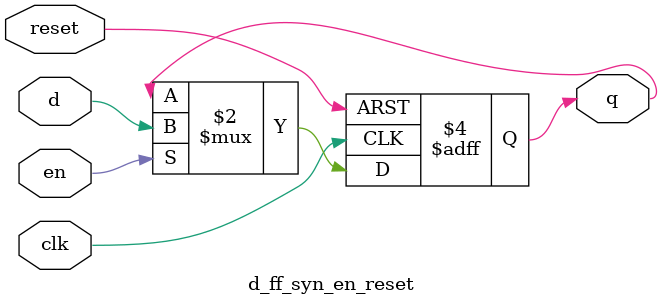
<source format=v>
`timescale 1ns / 1ps
  module d_ff_syn_en_reset
  (
    input wire clk, reset ,
    input wire en ,
    input wire d ,
    output reg q
  );
  // body
  always @(posedge clk, posedge reset )
   if ( reset )
     q <= 1'b0;
   else if (en)
     q <= d ;
  endmodule

</source>
